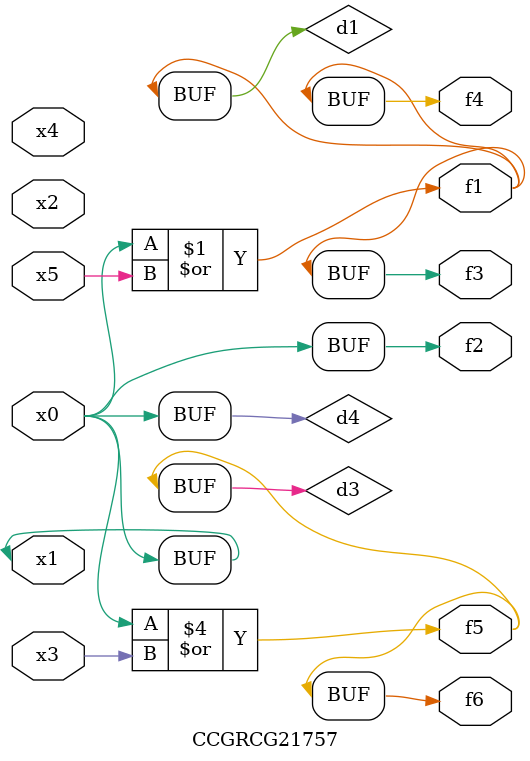
<source format=v>
module CCGRCG21757(
	input x0, x1, x2, x3, x4, x5,
	output f1, f2, f3, f4, f5, f6
);

	wire d1, d2, d3, d4;

	or (d1, x0, x5);
	xnor (d2, x1, x4);
	or (d3, x0, x3);
	buf (d4, x0, x1);
	assign f1 = d1;
	assign f2 = d4;
	assign f3 = d1;
	assign f4 = d1;
	assign f5 = d3;
	assign f6 = d3;
endmodule

</source>
